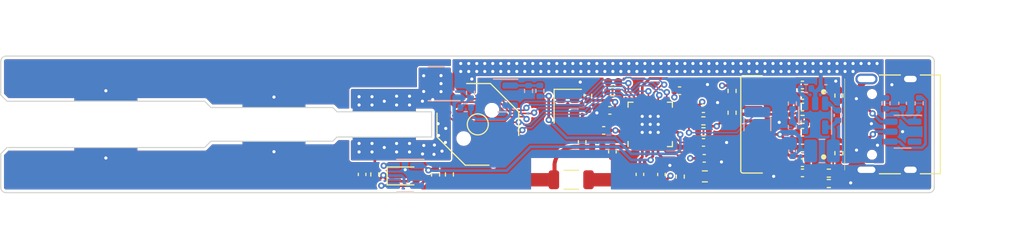
<source format=kicad_pcb>
(kicad_pcb (version 20211014) (generator pcbnew)
  (layers (0 "F.Cu" signal) (1 "In1.Cu" power) (2 "In2.Cu" power) (31 "B.Cu" signal) (34 "B.Paste" user) (35 "F.Paste" user) (36 "B.SilkS" user "B.Silkscreen") (37 "F.SilkS" user "F.Silkscreen") (38 "B.Mask" user) (39 "F.Mask" user) (44 "Edge.Cuts" user))
  (net 0 "")
  (net 1 "GND")
  (net 2 "Net-(C1-Pad1)")
  (net 3 "Net-(C1-Pad2)")
  (net 4 "Net-(C2-Pad1)")
  (net 5 "Net-(C2-Pad2)")
  (net 6 "+3V3")
  (net 7 "Net-(C8-Pad2)")
  (net 8 "Net-(C9-Pad2)")
  (net 9 "Net-(C12-Pad1)")
  (net 10 "Net-(C13-Pad2)")
  (net 11 "/CART")
  (net 12 "VCC")
  (net 13 "/TXD")
  (net 14 "/RXD")
  (net 15 "Net-(J3-PadA5)")
  (net 19 "Net-(J3-PadB5)")
  (net 23 "Net-(L2-Pad1)")
  (net 24 "Net-(L2-Pad2)")
  (net 25 "Net-(Q1-Pad1)")
  (net 26 "Net-(Q1-Pad2)")
  (net 27 "Net-(R2-Pad1)")
  (net 28 "Net-(C16-Pad1)")
  (net 29 "/DRIVE")
  (net 30 "Net-(C21-Pad1)")
  (net 31 "/TEMP")
  (net 32 "Net-(C21-Pad2)")
  (net 33 "/VCC_S")
  (net 34 "/MOVE")
  (net 35 "Net-(Q2-Pad4)")
  (net 36 "Net-(D1-Pad2)")
  (net 37 "/ENV_T")
  (net 38 "/SW_A")
  (net 39 "/SW_P")
  (net 40 "/SW_C")
  (net 41 "/SW_B")
  (net 42 "/SW_D")
  (net 43 "/SCL")
  (net 44 "/SDA")
  (net 45 "Net-(C23-Pad1)")
  (net 49 "Net-(R16-Pad2)")
  (net 51 "Net-(R10-Pad1)")
  (net 53 "Net-(R17-Pad2)")
  (net 54 "Net-(R11-Pad1)")
  (net 55 "Net-(C19-Pad1)")
  (net 56 "Net-(AE1-Pad2)")
  (footprint "Library:C01" (layer "F.Cu") (at 154.07 104.335 180)
    (fp_text reference "AE1" hide)
    (fp_text value "Antenna_Chip")
  )
  (footprint "Capacitor_SMD:C_0402_1005Metric" (layer "F.Cu") (at 134.17 103.83 -90)
    (fp_text reference "C14" hide)
    (fp_text value "0.1uF")
  )
  (footprint "Inductor_SMD:L_0402_1005Metric" (layer "F.Cu") (at 161.630004 103.834997 90)
    (fp_text reference "L1" hide)
    (fp_text value "2nH")
  )
  (footprint "Resistor_SMD:R_0402_1005Metric" (layer "F.Cu") (at 166.659992 99.765002 180)
    (fp_text reference "R8" hide)
    (fp_text value "100R")
  )
  (footprint "Capacitor_SMD:C_0402_1005Metric" (layer "F.Cu") (at 157.99 101.68 -90)
    (fp_text reference "C23" hide)
    (fp_text value "TBD")
  )
  (footprint "Library:TTL" (layer "F.Cu") (at 157.590007 95.020003 180)
    (fp_text reference "J1" hide)
    (fp_text value "TTL" hide)
  )
  (footprint "Resistor_SMD:R_0402_1005Metric" (layer "F.Cu") (at 169.38 95.885 90)
    (fp_text reference "R23" hide)
    (fp_text value "2K")
  )
  (footprint "Capacitor_SMD:C_0402_1005Metric" (layer "F.Cu") (at 166.659992 100.78)
    (fp_text reference "C16" hide)
    (fp_text value "2.2uF")
  )
  (footprint "Capacitor_SMD:C_0402_1005Metric" (layer "F.Cu") (at 162.66 103.834997 90)
    (fp_text reference "C11" hide)
    (fp_text value "0.1uF")
  )
  (footprint "Inductor_SMD:L_0402_1005Metric" (layer "F.Cu") (at 155.659988 98.169999 90)
    (fp_text reference "L2" hide)
    (fp_text value "TBD")
  )
  (footprint "Capacitor_SMD:C_0402_1005Metric" (layer "F.Cu") (at 176.08 96.315 180)
    (fp_text reference "C8" hide)
    (fp_text value "2.2uF")
  )
  (footprint "Resistor_SMD:R_0603_1608Metric" (layer "F.Cu") (at 166.79 104.015 180)
    (fp_text reference "TH1" hide)
    (fp_text value "3950")
  )
  (footprint "Resistor_SMD:R_0402_1005Metric" (layer "F.Cu") (at 135.38 103.83 -90)
    (fp_text reference "R5" hide)
    (fp_text value "10K")
  )
  (footprint "Resistor_SMD:R_0402_1005Metric" (layer "F.Cu") (at 158 95.96 180)
    (fp_text reference "R2" hide)
    (fp_text value "499R")
  )
  (footprint "Capacitor_SMD:C_0402_1005Metric" (layer "F.Cu") (at 157.75 97.73 180)
    (fp_text reference "C5" hide)
    (fp_text value "10nF")
  )
  (footprint "Resistor_SMD:R_0402_1005Metric" (layer "F.Cu") (at 176.08 98.59 180)
    (fp_text reference "R1" hide)
    (fp_text value "4.7K")
  )
  (footprint "Capacitor_SMD:C_0402_1005Metric" (layer "F.Cu") (at 164.380012 95.860006)
    (fp_text reference "C15" hide)
    (fp_text value "0.1uF")
  )
  (footprint "Resistor_SMD:R_0402_1005Metric" (layer "F.Cu") (at 164.45 104.035 -90)
    (fp_text reference "R18" hide)
    (fp_text value "1K")
  )
  (footprint "Oscillator:Oscillator_SMD_SeikoEpson_SG210-4Pin_2.5x2.0mm" (layer "F.Cu") (at 153.74 97.33 -90)
    (fp_text reference "X1" hide)
    (fp_text value "SG-211")
  )
  (footprint "Resistor_SMD:R_0402_1005Metric" (layer "F.Cu") (at 141.160001 103.83 90)
    (fp_text reference "R10" hide)
    (fp_text value "1.2M")
  )
  (footprint "Resistor_SMD:R_0402_1005Metric" (layer "F.Cu") (at 169.38 97.955 -90)
    (fp_text reference "R22" hide)
    (fp_text value "2K")
  )
  (footprint "Capacitor_SMD:C_0402_1005Metric" (layer "F.Cu") (at 176.08 95.315 180)
    (fp_text reference "C13" hide)
    (fp_text value "2.2uF")
  )
  (footprint "Capacitor_SMD:C_0402_1005Metric" (layer "F.Cu") (at 166.73 102.295)
    (fp_text reference "C10" hide)
    (fp_text value "10uF")
  )
  (footprint "Library:JBC210" (layer "F.Cu") (at 119.78 99.065)
    (fp_text reference "J2" hide)
    (fp_text value "CART")
    (fp_line (start 0 1.6) (end 11.6 1.6) (layer "Edge.Cuts") (width 0.1))
    (fp_line (start 12 -1.2) (end 21 -1.2) (layer "Edge.Cuts") (width 0.1))
    (fp_line (start 0 -1.6) (end 11.6 -1.6) (layer "Edge.Cuts") (width 0.1))
    (fp_line (start 11.6 -1.6) (end 12 -1.2) (layer "Edge.Cuts") (width 0.1))
    (fp_line (start 11.6 1.6) (end 12 1.2) (layer "Edge.Cuts") (width 0.1))
    (fp_line (start -19.4 2.2) (end -20 2.8) (layer "Edge.Cuts") (width 0.1))
    (fp_line (start -19.4 2.2) (end -0.6 2.2) (layer "Edge.Cuts") (width 0.1))
    (fp_line (start 0 -1.6) (end -0.6 -2.2) (layer "Edge.Cuts") (width 0.1))
    (fp_line (start 12 1.2) (end 21 1.2) (layer "Edge.Cuts") (width 0.1))
    (fp_line (start -0.6 2.2) (end 0 1.6) (layer "Edge.Cuts") (width 0.1))
    (fp_line (start -19.4 -2.2) (end -20 -2.8) (layer "Edge.Cuts") (width 0.1))
    (fp_line (start 21 -1.2) (end 21 1.2) (layer "Edge.Cuts") (width 0.1))
    (fp_line (start -19.4 -2.2) (end -0.6 -2.2) (layer "Edge.Cuts") (width 0.1))
  )
  (footprint "Library:7*7*6-6P_WX" (layer "F.Cu") (at 145.18 99.065 -45)
    (fp_text reference "SW1" hide)
    (fp_text value "Rocker")
  )
  (footprint "Resistor_SMD:R_0402_1005Metric" (layer "F.Cu") (at 178.59 104.695)
    (fp_text reference "R19" hide)
    (fp_text value "10K")
  )
  (footprint "Capacitor_SMD:C_0402_1005Metric" (layer "F.Cu") (at 176.08 102.71 180)
    (fp_text reference "C2" hide)
    (fp_text value "1uF")
  )
  (footprint "Capacitor_SMD:C_0402_1005Metric" (layer "F.Cu") (at 176.08 99.815)
    (fp_text reference "C7" hide)
    (fp_text value "1uF")
  )
  (footprint "Capacitor_SMD:C_0402_1005Metric" (layer "F.Cu") (at 176.08 101.315 180)
    (fp_text reference "C3" hide)
    (fp_text value "1uF")
  )
  (footprint "Library:Display_FPC" (layer "F.Cu") (at 164.6 99.065)
    (fp_text reference "U1" hide)
    (fp_text value "SSD1316")
  )
  (footprint "Diode_SMD:D_SOD-323" (layer "F.Cu") (at 138.05 103.97)
    (fp_text reference "D1" hide)
    (fp_text value "1N4148")
  )
  (footprint "Capacitor_SMD:C_0402_1005Metric" (layer "F.Cu") (at 176.08 103.68)
    (fp_text reference "C1" hide)
    (fp_text value "1uF")
  )
  (footprint "Package_DFN_QFN:QFN-24-1EP_4x4mm_P0.5mm_EP2.7x2.7mm" (layer "F.Cu") (at 161.59 99.065 90)
    (fp_text reference "U2" hide)
    (fp_text value "ESP8684")
  )
  (footprint "Capacitor_SMD:C_0402_1005Metric" (layer "F.Cu") (at 160.61 103.824989 -90)
    (fp_text reference "C12" hide)
    (fp_text value "0.1uF")
  )
  (footprint "Connector_USB:USB_C_Receptacle_HRO_TYPE-C-31-M-12" (layer "F.Cu") (at 185.3008 99.065 90)
    (fp_text reference "J3" hide)
    (fp_text value "USB_C_Receptacle_USB2.0")
  )
  (footprint "Resistor_SMD:R_0402_1005Metric" (layer "F.Cu") (at 142.48 103.83 -90)
    (fp_text reference "R9" hide)
    (fp_text value "1K")
  )
  (footprint "Inductor_SMD:L_0402_1005Metric" (layer "F.Cu") (at 156.55 101.2)
    (fp_text reference "L4" hide)
    (fp_text value "TBD")
  )
  (footprint "Resistor_SMD:R_0402_1005Metric" (layer "F.Cu") (at 179.55 96.325 90)
    (fp_text reference "R20" hide)
    (fp_text value "5.1K")
  )
  (footprint "Capacitor_SMD:C_0402_1005Metric" (layer "F.Cu") (at 166.65001 97.574989)
    (fp_text reference "C17" hide)
    (fp_text value "0.1uF")
  )
  (footprint "Capacitor_SMD:C_0402_1005Metric" (layer "F.Cu") (at 155.111787 100.72 90)
    (fp_text reference "C22" hide)
    (fp_text value "TBD")
  )
  (footprint "Resistor_SMD:R_0402_1005Metric" (layer "F.Cu") (at 179.55 101.805 -90)
    (fp_text reference "R21" hide)
    (fp_text value "5.1K")
  )
  (footprint "Resistor_SMD:R_0402_1005Metric" (layer "F.Cu") (at 166.65001 98.73 180)
    (fp_text reference "R14" hide)
    (fp_text value "50K")
  )
  (footprint "Capacitor_SMD:C_0402_1005Metric" (layer "F.Cu") (at 155.66 96.3 90)
    (fp_text reference "C6" hide)
    (fp_text value "10nF")
  )
  (footprint "Capacitor_SMD:C_0402_1005Metric" (layer "F.Cu") (at 176.08 97.41 180)
    (fp_text reference "C9" hide)
    (fp_text value "4.7uF")
  )
  (footprint "Resistor_SMD:R_0402_1005Metric" (layer "F.Cu") (at 178.59 103.705 180)
    (fp_text reference "R13" hide)
    (fp_text value "50K")
  )
  (footprint "Capacitor_SMD:C_0402_1005Metric" (layer "F.Cu") (at 157.16 99.64 180)
    (fp_text reference "C4" hide)
    (fp_text value "1uF")
  )
  (footprint "Capacitor_SMD:C_0402_1005Metric" (layer "B.Cu") (at 185.6092 97.058036 90)
    (fp_text reference "C19" hide)
    (fp_text value "1uF")
  )
  (footprint "Resistor_SMD:R_0402_1005Metric" (layer "B.Cu") (at 184.0292 97.058036 90)
    (fp_text reference "R15" hide)
    (fp_text value "1K")
  )
  (footprint "Inductor_SMD:L_1008_2520Metric" (layer "B.Cu") (at 177.935001 101.6)
    (fp_text reference "L3" hide)
    (fp_text value "4.7uH")
  )
  (footprint "Package_TO_SOT_SMD:SOT-23-6" (layer "B.Cu") (at 185.61 99.758036 180)
    (fp_text reference "U5" hide)
    (fp_text value "CH221K")
  )
  (footprint "Resistor_SMD:R_0402_1005Metric" (layer "B.Cu") (at 150.01 95.88 90)
    (fp_text reference "R7" hide)
    (fp_text value "47K")
  )
  (footprint "Package_TO_SOT_SMD:SOT-23-5" (layer "B.Cu") (at 138.26 103.95 180)
    (fp_text reference "U3" hide)
    (fp_text value "AD8628")
  )
  (footprint "Package_DFN_QFN:DFN-8-1EP_3x3mm_P0.5mm_EP1.66x2.38mm" (layer "B.Cu") (at 141.975 95.185 180)
    (fp_text reference "Q2" hide)
    (fp_text value "SE30P09D")
  )
  (footprint "Resistor_SMD:R_0402_1005Metric" (layer "B.Cu") (at 144.03 97.47 180)
    (fp_text reference "R4" hide)
    (fp_text value "4.7K")
  )
  (footprint "Capacitor_SMD:C_0402_1005Metric" (layer "B.Cu") (at 179.46 98.2 -90)
    (fp_text reference "C21" hide)
    (fp_text value "100nF")
  )
  (footprint "Resistor_SMD:R_0402_1005Metric" (layer "B.Cu") (at 175.119615 97.08 90)
    (fp_text reference "R11" hide)
    (fp_text value "5.1K")
  )
  (footprint "Resistor_SMD:R_0402_1005Metric" (layer "B.Cu") (at 151.09 95.88 90)
    (fp_text reference "R6" hide)
    (fp_text value "4.7K")
  )
  (footprint "Package_TO_SOT_SMD:SOT-23-6" (layer "B.Cu") (at 177.290001 98.2 90)
    (fp_text reference "U4" hide)
    (fp_text value "JW5017S")
  )
  (footprint "Package_TO_SOT_SMD:SOT-23" (layer "B.Cu") (at 147.32 96.32 180)
    (fp_text reference "Q1" hide)
    (fp_text value "NPN")
  )
  (footprint "Capacitor_SMD:C_0402_1005Metric" (layer "B.Cu") (at 175.140001 101.61 90)
    (fp_text reference "C20" hide)
    (fp_text value "22uF")
  )
  (footprint "Library:X160" (layer "B.Cu") (at 171.79 99.065 -90)
    (fp_text reference "SW2" hide)
    (fp_text value "Move")
  )
  (footprint "Resistor_SMD:R_0402_1005Metric" (layer "B.Cu") (at 144.49 96.06 -90)
    (fp_text reference "R3" hide)
    (fp_text value "4.7K")
  )
  (footprint "Resistor_SMD:R_0402_1005Metric" (layer "B.Cu") (at 176.410001 95.65 180)
    (fp_text reference "R16" hide)
    (fp_text value "100K")
  )
  (footprint "Capacitor_SMD:C_0402_1005Metric" (layer "B.Cu") (at 178.300001 95.65)
    (fp_text reference "C18" hide)
    (fp_text value "22uF")
  )
  (footprint "Resistor_SMD:R_0402_1005Metric" (layer "B.Cu") (at 187.1892 97.058036 90)
    (fp_text reference "R17" hide)
    (fp_text value "100K")
  )
  (footprint "Resistor_SMD:R_0402_1005Metric" (layer "B.Cu") (at 175.119615 99.32 90)
    (fp_text reference "R12" hide)
    (fp_text value "16K")
  )
  (gr_arc (start 100.28 105.564999) (mid 99.926447 105.418552) (end 99.78 105.064999) (layer "Edge.Cuts") (width 0.1))
  (gr_arc (start 188.628759 105.064999) (mid 188.482312 105.418552) (end 188.128759 105.564999) (layer "Edge.Cuts") (width 0.1))
  (gr_arc (start 188.128754 92.565) (mid 188.482307 92.711447) (end 188.628754 93.065) (layer "Edge.Cuts") (width 0.1))
  (gr_arc (start 99.78 93.065) (mid 99.926447 92.711447) (end 100.28 92.565) (layer "Edge.Cuts") (width 0.1))
  (gr_line (start 188.128759 105.564999) (end 100.28 105.564999) (layer "Edge.Cuts") (width 0.1))
  (gr_line (start 99.78 96.265) (end 99.78 93.065) (layer "Edge.Cuts") (width 0.1))
  (gr_line (start 188.628754 93.065) (end 188.628754 105.065) (layer "Edge.Cuts") (width 0.1))
  (gr_line (start 188.128754 92.565) (end 100.28 92.565) (layer "Edge.Cuts") (width 0.1))
  (gr_line (start 99.78 105.064999) (end 99.78 101.865) (layer "Edge.Cuts") (width 0.1))
  (segment (start 179.55 95.815) (end 181.2558 95.815) (width 0.254) (layer "F.Cu") (net 1))
  (segment (start 179.55 102.315) (end 181.2558 102.315) (width 0.254) (layer "F.Cu") (net 1))
  (via (at 160.828002 98.303012) (size 0.6048) (drill 0.3) (layers "F.Cu" "B.Cu") (net 1))
  (via (at 179.25 94.95) (size 0.6048) (drill 0.3) (layers "F.Cu" "B.Cu") (net 1))
  (via (at 173.34 104.01) (size 0.6048) (drill 0.3) (layers "F.Cu" "B.Cu") (net 1))
  (via (at 160.828002 99.065012) (size 0.6048) (drill 0.3) (layers "F.Cu" "B.Cu") (net 1))
  (via (at 161.590002 99.065012) (size 0.6048) (drill 0.3) (layers "F.Cu" "B.Cu") (net 1))
  (via (at 154.929992 95.039993) (size 0.6048) (drill 0.3) (layers "F.Cu" "B.Cu") (net 1))
  (via (at 163.46 102.97) (size 0.6048) (drill 0.3) (layers "F.Cu" "B.Cu") (net 1))
  (via (at 184.59 95.29) (size 0.6048) (drill 0.3) (layers "F.Cu" "B.Cu") (net 1))
  (via (at 168.86 100.79) (size 0.6048) (drill 0.3) (layers "F.Cu" "B.Cu") (net 1))
  (via (at 185.61 99.758036) (size 0.6048) (drill 0.3) (layers "F.Cu" "B.Cu") (net 1))
  (via (at 167.040001 95.26999) (size 0.6048) (drill 0.3) (layers "F.Cu" "B.Cu") (net 1))
  (via (at 173.87 98.87) (size 0.6048) (drill 0.3) (layers "F.Cu" "B.Cu") (net 1))
  (via (at 167.999994 96.990002) (size 0.6048) (drill 0.3) (layers "F.Cu" "B.Cu") (net 1))
  (via (at 161.590002 98.303012) (size 0.6048) (drill 0.3) (layers "F.Cu" "B.Cu") (net 1))
  (via (at 162.352002 98.303012) (size 0.6048) (drill 0.3) (layers "F.Cu" "B.Cu") (net 1))
  (via (at 180.67 104.63) (size 0.6048) (drill 0.3) (layers "F.Cu" "B.Cu") (net 1))
  (via (at 160.828002 99.827012) (size 0.6048) (drill 0.3) (layers "F.Cu" "B.Cu") (net 1))
  (via (at 168.37 102.64) (size 0.6048) (drill 0.3) (layers "F.Cu" "B.Cu") (net 1))
  (via (at 162.351999 99.065004) (size 0.6048) (drill 0.3) (layers "F.Cu" "B.Cu") (net 1))
  (via (at 138.27 103.38) (size 0.6048) (drill 0.3) (layers "F.Cu" "B.Cu") (net 1))
  (via (at 161.590002 99.827012) (size 0.6048) (drill 0.3) (layers "F.Cu" "B.Cu") (net 1))
  (via (at 162.352002 99.827012) (size 0.6048) (drill 0.3) (layers "F.Cu" "B.Cu") (net 1))
  (via (at 156.51 97.97) (size 0.6048) (drill 0.3) (layers "F.Cu" "B.Cu") (net 1))
  (segment (start 178.780001 95.65) (end 178.780001 95.419999) (width 0.381) (layer "B.Cu") (net 1))
  (segment (start 178.780001 95.419999) (end 179.25 94.95) (width 0.381) (layer "B.Cu") (net 1))
  (segment (start 185.6092 95.4866) (end 186.3508 94.745) (width 0.254) (layer "B.Cu") (net 1))
  (segment (start 185.6092 96.578036) (end 185.6092 95.4866) (width 0.254) (layer "B.Cu") (net 1))
  (segment (start 186.7475 99.758036) (end 185.61 99.758036) (width 0.254) (layer "B.Cu") (net 1))
  (segment (start 175.6 103.68) (end 175 103.68) (width 0.254) (layer "F.Cu") (net 2))
  (segment (start 173.905 102.585) (end 171.26 102.585) (width 0.254) (layer "F.Cu") (net 2))
  (segment (start 175 103.68) (end 173.905 102.585) (width 0.254) (layer "F.Cu") (net 2))
  (segment (start 173.725 103.225) (end 171.26 103.225) (width 0.254) (layer "F.Cu") (net 3))
  (segment (start 176.56 103.68) (end 175.9706 104.2694) (width 0.254) (layer "F.Cu") (net 3))
  (segment (start 175.9706 104.2694) (end 174.7694 104.2694) (width 0.254) (layer "F.Cu") (net 3))
  (segment (start 174.7694 104.2694) (end 173.725 103.225) (width 0.254) (layer "F.Cu") (net 3))
  (segment (start 176.37 102.09) (end 176.56 102.28) (width 0.254) (layer "F.Cu") (net 4))
  (segment (start 174.085 101.305) (end 174.87 102.09) (width 0.254) (layer "F.Cu") (net 4))
  (segment (start 171.26 101.305) (end 174.085 101.305) (width 0.254) (layer "F.Cu") (net 4))
  (segment (start 176.56 102.28) (end 176.56 102.71) (width 0.254) (layer "F.Cu") (net 4))
  (segment (start 174.87 102.09) (end 176.37 102.09) (width 0.254) (layer "F.Cu") (net 4))
  (segment (start 174.88 102.71) (end 174.115 101.945) (width 0.254) (layer "F.Cu") (net 5))
  (segment (start 175.6 102.71) (end 174.88 102.71) (width 0.254) (layer "F.Cu") (net 5))
  (segment (start 174.115 101.945) (end 171.26 101.945) (width 0.254) (layer "F.Cu") (net 5))
  (segment (start 158.28 99.64) (end 158.55 99.64) (width 0.254) (layer "F.Cu") (net 6))
  (segment (start 163.900002 95.408463) (end 163.900002 95.860006) (width 0.254) (layer "F.Cu") (net 6))
  (segment (start 160.834426 97.096926) (end 160.834426 95.415557) (width 0.254) (layer "F.Cu") (net 6))
  (segment (start 158.23 97.73) (end 158.23 96.95999) (width 0.254) (layer "F.Cu") (net 6))
  (segment (start 172.5394 98.9594) (end 172.325 98.745) (width 0.254) (layer "F.Cu") (net 6))
  (segment (start 172.5394 100.4806) (end 172.5394 99.8194) (width 0.254) (layer "F.Cu") (net 6))
  (segment (start 160.84 97.1025) (end 160.834426 97.096926) (width 0.254) (layer "F.Cu") (net 6))
  (segment (start 176.59 98.59) (end 176.59 99.1) (width 0.254) (layer "F.Cu") (net 6))
  (segment (start 154.39 96.48) (end 155.36 96.48) (width 0.254) (layer "F.Cu") (net 6))
  (segment (start 172.325 98.745) (end 171.26 98.745) (width 0.254) (layer "F.Cu") (net 6))
  (segment (start 171.26 100.665) (end 172.355 100.665) (width 0.254) (layer "F.Cu") (net 6))
  (segment (start 161.630004 104.319997) (end 162.655 104.319997) (width 0.254) (layer "F.Cu") (net 6))
  (segment (start 169.975 98.465) (end 170.255 98.745) (width 0.254) (layer "F.Cu") (net 6))
  (segment (start 158.250001 96.939989) (end 158.090012 96.78) (width 0.254) (layer "F.Cu") (net 6))
  (segment (start 167.92001 99.24001) (end 167.220011 99.24001) (width 0.254) (layer "F.Cu") (net 6))
  (segment (start 158.23 96.95999) (end 158.250001 96.939989) (width 0.254) (layer "F.Cu") (net 6))
  (segment (start 157.64 99.64) (end 158.28 99.64) (width 0.254) (layer "F.Cu") (net 6))
  (segment (start 170.255 98.745) (end 171.26 98.745) (width 0.254) (layer "F.Cu") (net 6))
  (segment (start 175.85 99.21) (end 175.6 99.46) (width 0.254) (layer "F.Cu") (net 6))
  (segment (start 172.5594 100.02) (end 173.95 100.02) (width 0.254) (layer "F.Cu") (net 6))
  (segment (start 165.957919 97.574989) (end 166.17001 97.574989) (width 0.254) (layer "F.Cu") (net 6))
  (segment (start 169.38 98.465) (end 169.975 98.465) (width 0.254) (layer "F.Cu") (net 6))
  (segment (start 176.48 99.21) (end 175.85 99.21) (width 0.254) (layer "F.Cu") (net 6))
  (segment (start 174.895 99.815) (end 175.6 99.815) (width 0.254) (layer "F.Cu") (net 6))
  (segment (start 158.090012 96.78) (end 155.66 96.78) (width 0.254) (layer "F.Cu") (net 6))
  (segment (start 163.5525 98.315) (end 165.217908 98.315) (width 0.254) (layer "F.Cu") (net 6))
  (segment (start 172.355 100.665) (end 172.5394 100.4806) (width 0.254) (layer "F.Cu") (net 6))
  (segment (start 165.217908 98.315) (end 165.957919 97.574989) (width 0.254) (layer "F.Cu") (net 6))
  (segment (start 175.6 101.315) (end 175.245002 101.315) (width 0.254) (layer "F.Cu") (net 6))
  (segment (start 160.834426 95.415557) (end 161.547629 94.702354) (width 0.254) (layer "F.Cu") (net 6))
  (segment (start 168.695 98.465) (end 167.92 99.24) (width 0.254) (layer "F.Cu") (net 6))
  (segment (start 163.89 96.48) (end 163.89 95.870018) (width 0.254) (layer "F.Cu") (net 6))
  (segment (start 166.17001 97.574989) (end 166.17001 97.29549) (width 0.254) (layer "F.Cu") (net 6))
  (segment (start 172.5394 99.8194) (end 172.5394 98.9594) (width 0.254) (layer "F.Cu") (net 6))
  (segment (start 163.89 95.870018) (end 163.900012 95.860006) (width 0.254) (layer "F.Cu") (net 6))
  (segment (start 158.869747 98.815) (end 159.6275 98.815) (width 0.254) (layer "F.Cu") (net 6))
  (segment (start 158.341888 98.287159) (end 158.869747 98.815) (width 0.254) (layer "F.Cu") (net 6))
  (segment (start 162.66 104.314997) (end 163.165003 104.314997) (width 0.254) (layer "F.Cu") (net 6))
  (segment (start 169.38 98.465) (end 168.695 98.465) (width 0.254) (layer "F.Cu") (net 6))
  (segment (start 167.169992 99.765002) (end 167.169992 98.739982) (width 0.254) (layer "F.Cu") (net 6))
  (segment (start 158.23 98.175271) (end 158.341888 98.287159) (width 0.254) (layer "F.Cu") (net 6))
  (segment (start 161.547629 94.702354) (end 163.193893 94.702354) (width 0.254) (layer "F.Cu") (net 6))
  (segment (start 158.23 97.73) (end 158.23 98.175271) (width 0.254) (layer "F.Cu") (net 6))
  (segment (start 162.655 104.319997) (end 162.66 104.314997) (width 0.254) (layer "F.Cu") (net 6))
  (segment (start 163.165003 104.314997) (end 163.52 103.96) (width 0.254) (layer "F.Cu") (net 6))
  (segment (start 159.225 100.315) (end 159.6275 100.315) (width 0.254) (layer "F.Cu") (net 6))
  (segment (start 155.36 96.48) (end 155.66 96.78) (width 0.254) (layer "F.Cu") (net 6))
  (segment (start 168.429991 95.375) (end 169.38 95.375) (width 0.254) (layer "F.Cu") (net 6))
  (segment (start 158.55 99.64) (end 159.225 100.315) (width 0.254) (layer "F.Cu") (net 6))
  (segment (start 166.25 102.65) (end 167.615 104.015) (width 0.254) (layer "F.Cu") (net 6))
  (segment (start 175.245002 101.315) (end 173.949995 100.019993) (width 0.254) (layer "F.Cu") (net 6))
  (segment (start 165.405 102.295) (end 165.4 102.29) (width 0.254) (layer "F.Cu") (net 6))
  (segment (start 174.690007 100.019993) (end 174.895 99.815) (width 0.254) (layer "F.Cu") (net 6))
  (segment (start 175.6 99.46) (end 175.6 99.815) (width 0.254) (layer "F.Cu") (net 6))
  (segment (start 166.25 102.295) (end 165.405 102.295) (width 0.254) (layer "F.Cu") (net 6))
  (segment (start 166.25 102.295) (end 166.25 102.65) (width 0.254) (layer "F.Cu") (net 6))
  (segment (start 173.949995 100.019993) (end 174.690007 100.019993) (width 0.254) (layer "F.Cu") (net 6))
  (segment (start 167.169992 98.739982) (end 167.16001 98.73) (width 0.254) (layer "F.Cu") (net 6))
  (segment (start 176.59 99.1) (end 176.48 99.21) (width 0.254) (layer "F.Cu") (net 6))
  (segment (start 163.193893 94.702354) (end 163.900002 95.408463) (width 0.254) (layer "F.Cu") (net 6))
  (segment (start 166.17001 97.29549) (end 166.54 96.9255) (width 0.254) (layer "F.Cu") (net 6))
  (via (at 163.889995 96.479995) (size 0.6048) (drill 0.3) (layers "F.Cu" "B.Cu") (net 6))
  (via (at 163.52 103.96) (size 0.6048) (drill 0.3) (layers "F.Cu" "B.Cu") (net 6))
  (via (at 158.279998 99.640009) (size 0.6048) (drill 0.3) (layers "F.Cu" "B.Cu") (net 6))
  (via (at 158.250001 96.939989) (size 0.6048) (drill 0.3) (layers "F.Cu" "B.Cu") (net 6))
  (via (at 173.949995 100.019993) (size 0.6048) (drill 0.3) (layers "F.Cu" "B.Cu") (net 6))
  (via (at 165.4 102.29) (size 0.6048) (drill 0.3) (layers "F.Cu" "B.Cu") (net 6))
  (via (at 136.230004 102.999997) (size 0.6048) (drill 0.3) (layers "F.Cu" "B.Cu") (net 6))
  (via (at 167.92 99.24) (size 0.6048) (drill 0.3) (layers "F.Cu" "B.Cu") (net 6))
  (via (at 166.540002 96.925511) (size 0.6048) (drill 0.3) (layers "F.Cu" "B.Cu") (net 6))
  (via (at 168.429991 95.375) (size 0.6048) (drill 0.3) (layers "F.Cu" "B.Cu") (net 6))
  (segment (start 175.900001 101.38) (end 176.120001 101.6) (width 0.381) (layer "B.Cu") (net 6))
  (segment (start 136.230007 103) (end 136.230004 102.999997) (width 0.254) (layer "B.Cu") (net 6))
  (segment (start 175.900001 100.37) (end 175.900001 101.38) (width 0.381) (layer "B.Cu") (net 6))
  (segment (start 137.1225 103) (end 136.230007 103) (width 0.254) (layer "B.Cu") (net 6))
  (segment (start 175.882925 101.38) (end 175.900001 101.38) (width 0.381) (layer "B.Cu") (net 6))
  (segment (start 175.119615 99.83) (end 175.360001 99.83) (width 0.381) (layer "B.Cu") (net 6))
  (segment (start 175.119614 99.830001) (end 174.139987 99.830001) (width 0.508) (layer "B.Cu") (net 6))
  (segment (start 175.360001 99.83) (end 175.900001 100.37) (width 0.381) (layer "B.Cu") (net 6))
  (segment (start 175.140001 102.09) (end 175.172925 102.09) (width 0.381) (layer "B.Cu") (net 6))
  (segment (start 176.120001 101.6) (end 176.860001 101.6) (width 0.381) (layer "B.Cu") (net 6))
  (segment (start 174.139987 99.830001) (end 173.949995 100.019993) (width 0.508) (layer "B.Cu") (net 6))
  (segment (start 175.172925 102.09) (end 175.882925 101.38) (width 0.381) (layer "B.Cu") (net 6))
  (segment (start 171.26 95.545) (end 174.83 95.545) (width 0.254) (layer "F.Cu") (net 7))
  (segment (start 174.83 95.545) (end 175.6 96.315) (width 0.254) (layer "F.Cu") (net 7))
  (segment (start 171.26 98.105) (end 174.78 98.105) (width 0.254) (layer "F.Cu") (net 8))
  (segment (start 175.265 98.59) (end 174.78 98.105) (width 0.254) (layer "F.Cu") (net 8))
  (segment (start 175.57 98.59) (end 175.265 98.59) (width 0.254) (layer "F.Cu") (net 8))
  (segment (start 174.78 98.105) (end 175.475 97.41) (width 0.254) (layer "F.Cu") (net 8))
  (segment (start 175.475 97.41) (end 175.6 97.41) (width 0.254) (layer "F.Cu") (net 8))
  (segment (start 160.61 103.344989) (end 160.61 102.39) (width 0.254) (layer "F.Cu") (net 9))
  (segment (start 160.84 101.0275) (end 161.34 101.0275) (width 0.254) (layer "F.Cu") (net 9))
  (segment (start 160.61 102.39) (end 160.84 102.16) (width 0.254) (layer "F.Cu") (net 9))
  (segment (start 160.615008 103.349997) (end 160.61 103.344989) (width 0.254) (layer "F.Cu") (net 9))
  (segment (start 161.630004 103.349997) (end 160.615008 103.349997) (width 0.254) (layer "F.Cu") (net 9))
  (segment (start 160.84 102.16) (end 160.84 101.0275) (width 0.254) (layer "F.Cu") (net 9))
  (segment (start 175.19 94.905) (end 175.6 95.315) (width 0.254) (layer "F.Cu") (net 10))
  (segment (start 171.26 94.905) (end 175.19 94.905) (width 0.254) (layer "F.Cu") (net 10))
  (segment (start 134.17 103.35) (end 135.35 103.35) (width 0.254) (layer "F.Cu") (net 11))
  (segment (start 135.38 103.32) (end 135.38 101.96) (width 0.254) (layer "F.Cu") (net 11))
  (segment (start 135.35 103.35) (end 135.38 103.32) (width 0.254) (layer "F.Cu") (net 11))
  (segment (start 135.38 101.96) (end 135.11 101.69) (width 0.254) (layer "F.Cu") (net 11))
  (via (at 138.680012 97.219999) (size 0.6048) (drill 0.3) (layers "F.Cu" "B.Cu") (net 11))
  (via (at 135.109991 97.219999) (size 0.6048) (drill 0.3) (layers "F.Cu" "B.Cu") (net 11))
  (via (at 137.449992 97.219999) (size 0.6048) (drill 0.3) (layers "F.Cu" "B.Cu") (net 11))
  (via (at 133.88 101.69) (size 0.6048) (drill 0.3) (layers "F.Cu" "B.Cu") (net 11))
  (via (at 141.44 100.12) (size 0.6048) (drill 0.3) (layers "F.Cu" "B.Cu") (net 11))
  (via (at 133.879996 96.430008) (size 0.6048) (drill 0.3) (layers "F.Cu" "B.Cu") (net 11))
  (via (at 137.45 101.69) (size 0.6048) (drill 0.3) (layers "F.Cu" "B.Cu") (net 11))
  (via (at 141.4 99) (size 0.6048) (drill 0.3) (layers "F.Cu" "B.Cu") (net 11))
  (via (at 140.029997 95.935013) (size 0.6048) (drill 0.3) (layers "F.Cu" "B.Cu") (net 11))
  (via (at 138.680012 96.379995) (size 0.6048) (drill 0.3) (layers "F.Cu" "B.Cu") (net 11))
  (via (at 135.11 100.88) (size 0.6048) (drill 0.3) (layers "F.Cu" "B.Cu") (net 11))
  (via (at 142.1 100.78) (size 0.6048) (drill 0.3) (layers "F.Cu" "B.Cu") (net 11))
  (via (at 133.88 100.88) (size 0.6048) (drill 0.3) (layers "F.Cu" "B.Cu") (net 11))
  (via (at 138.68 100.88) (size 0.6048) (drill 0.3) (layers "F.Cu" "B.Cu") (net 11))
  (via (at 141.680006 95.947) (size 0.6048) (drill 0.3) (layers "F.Cu" "B.Cu") (net 11))
  (via (at 141.01 101.92) (size 0.6048) (drill 0.3) (layers "F.Cu" "B.Cu") (net 11))
  (via (at 141.680006 94.423) (size 0.6048) (drill 0.3) (layers "F.Cu" "B.Cu") (net 11))
  (via (at 137.45 100.88) (size 0.6048) (drill 0.3) (layers "F.Cu" "B.Cu") (net 11))
  (via (at 137.449992 96.379995) (size 0.6048) (drill 0.3) (layers "F.Cu" "B.Cu") (net 11))
  (via (at 140.029997 94.43499) (size 0.6048) (drill 0.3) (layers "F.Cu" "B.Cu") (net 11))
  (via (at 141.05 101.03) (size 0.6048) (drill 0.3) (layers "F.Cu" "B.Cu") (net 11))
  (via (at 139.910007 96.860004) (size 0.6048) (drill 0.3) (layers "F.Cu" "B.Cu") (net 11))
  (via (at 140.88999 96.709992) (size 0.6048) (drill 0.3) (layers "F.Cu" "B.Cu") (net 11))
  (via (at 141.680006 95.185) (size 0.6048) (drill 0.3) (layers "F.Cu" "B.Cu") (net 11))
  (via (at 133.879996 97.219999) (size 0.6048) (drill 0.3) (layers "F.Cu" "B.Cu") (net 11))
  (via (at 141.77 101.61) (size 0.6048) (drill 0.3) (layers "F.Cu" "B.Cu") (net 11))
  (via (at 135.109991 96.430008) (size 0.6048) (drill 0.3) (layers "F.Cu" "B.Cu") (net 11))
  (via (at 138.68 101.690001) (size 0.6048) (drill 0.3) (layers "F.Cu" "B.Cu") (net 11))
  (via (at 135.11 101.69) (size 0.6048) (drill 0.3) (layers "F.Cu" "B.Cu") (net 11))
  (via (at 140.04 101.07) (size 0.6048) (drill 0.3) (layers "F.Cu" "B.Cu") (net 11))
  (via (at 139.92 101.88) (size 0.6048) (drill 0.3) (layers "F.Cu" "B.Cu") (net 11))
  (via (at 142.13 99.45) (size 0.6048) (drill 0.3) (layers "F.Cu" "B.Cu") (net 11))
  (segment (start 180.3784 101.515) (end 180.077 101.8164) (width 0.1524) (layer "F.Cu") (net 12))
  (segment (start 179 102.030792) (end 179 103.605) (width 0.1524) (layer "F.Cu") (net 12))
  (segment (start 181.2558 101.515) (end 181.225 101.515) (width 0.1524) (layer "F.Cu") (net 12))
  (segment (start 181.225 101.515) (end 180.3784 101.515) (width 0.1524) (layer "F.Cu") (net 12))
  (segment (start 180.077 101.8164) (end 179.214392 101.8164) (width 0.1524) (layer "F.Cu") (net 12))
  (segment (start 179.214392 101.8164) (end 179 102.030792) (width 0.1524) (layer "F.Cu") (net 12))
  (segment (start 179 103.605) (end 179.1 103.705) (width 0.1524) (layer "F.Cu") (net 12))
  (via (at 143.555999 94.031994) (size 0.6048) (drill 0.3) (layers "F.Cu" "B.Cu") (net 12))
  (via (at 148.127999 94.031994) (size 0.6048) (drill 0.3) (layers "F.Cu" "B.Cu") (net 12))
  (via (at 155.748 94.032) (size 0.6048) (drill 0.3) (layers "F.Cu" "B.Cu") (net 12))
  (via (at 173.274 93.27) (size 0.6048) (drill 0.3) (layers "F.Cu" "B.Cu") (net 12))
  (via (at 170.226 93.27) (size 0.6048) (drill 0.3) (layers "F.Cu" "B.Cu") (net 12))
  (via (at 158.796 94.032) (size 0.6048) (drill 0.3) (layers "F.Cu" "B.Cu") (net 12))
  (via (at 180.894 94.032) (size 0.6048) (drill 0.3) (layers "F.Cu" "B.Cu") (net 12))
  (via (at 175.56 93.27) (size 0.6048) (drill 0.3) (layers "F.Cu" "B.Cu") (net 12))
  (via (at 161.844 94.032) (size 0.6048) (drill 0.3) (layers "F.Cu" "B.Cu") (net 12))
  (via (at 167.94 94.032) (size 0.6048) (drill 0.3) (layers "F.Cu" "B.Cu") (net 12))
  (via (at 144.317999 93.269994) (size 0.6048) (drill 0.3) (layers "F.Cu" "B.Cu") (net 12))
  (via (at 170.226 94.032) (size 0.6048) (drill 0.3) (layers "F.Cu" "B.Cu") (net 12))
  (via (at 170.988 93.27) (size 0.6048) (drill 0.3) (layers "F.Cu" "B.Cu") (net 12))
  (via (at 158.034 93.27) (size 0.6048) (drill 0.3) (layers "F.Cu" "B.Cu") (net 12))
  (via (at 167.178 94.032) (size 0.6048) (drill 0.3) (layers "F.Cu" "B.Cu") (net 12))
  (via (at 148.89 93.27) (size 0.6048) (drill 0.3) (layers "F.Cu" "B.Cu") (net 12))
  (via (at 154.986 94.032) (size 0.6048) (drill 0.3) (layers "F.Cu" "B.Cu") (net 12))
  (via (at 150.414 94.032) (size 0.6048) (drill 0.3) (layers "F.Cu" "B.Cu") (net 12))
  (via (at 165.654 94.032) (size 0.6048) (drill 0.3) (layers "F.Cu" "B.Cu") (net 12))
  (via (at 167.178 93.27) (size 0.6048) (drill 0.3) (layers "F.Cu" "B.Cu") (net 12))
  (via (at 182.64 99) (size 0.6048) (drill 0.3) (layers "F.Cu" "B.Cu") (net 12))
  (via (at 161.082 94.032) (size 0.6048) (drill 0.3) (layers "F.Cu" "B.Cu") (net 12))
  (via (at 168.702 93.27) (size 0.6048) (drill 0.3) (layers "F.Cu" "B.Cu") (net 12))
  (via (at 174.798 93.27) (size 0.6048) (drill 0.3) (layers "F.Cu" "B.Cu") (net 12))
  (via (at 143.555999 93.269994) (size 0.6048) (drill 0.3) (layers "F.Cu" "B.Cu") (net 12))
  (via (at 168.702 94.032) (size 0.6048) (drill 0.3) (layers "F.Cu" "B.Cu") (net 12))
  (via (at 169.464 93.27) (size 0.6048) (drill 0.3) (layers "F.Cu" "B.Cu") (net 12))
  (via (at 169.464 94.032) (size 0.6048) (drill 0.3) (layers "F.Cu" "B.Cu") (net 12))
  (via (at 145.079999 93.269994) (size 0.6048) (drill 0.3) (layers "F.Cu" "B.Cu") (net 12))
  (via (at 182.418 93.27) (size 0.6048) (drill 0.3) (layers "F.Cu" "B.Cu") (net 12))
  (via (at 152.7 94.032) (size 0.6048) (drill 0.3) (layers "F.Cu" "B.Cu") (net 12))
  (via (at 177.846 93.27) (size 0.6048) (drill 0.3) (layers "F.Cu" "B.Cu") (net 12))
  (via (at 152.7 93.27) (size 0.6048) (drill 0.3) (layers "F.Cu" "B.Cu") (net 12))
  (via (at 154.224 93.27) (size 0.6048) (drill 0.3) (layers "F.Cu" "B.Cu") (net 12))
  (via (at 149.652 93.27) (size 0.6048) (drill 0.3) (layers "F.Cu" "B.Cu") (net 12))
  (via (at 153.462 94.032) (size 0.6048) (drill 0.3) (layers "F.Cu" "B.Cu") (net 12))
  (via (at 166.416 93.27) (size 0.6048) (drill 0.3) (layers "F.Cu" "B.Cu") (net 12))
  (via (at 158.796 93.27) (size 0.6048) (drill 0.3) (layers "F.Cu" "B.Cu") (net 12))
  (via (at 174.798 94.032) (size 0.6048) (drill 0.3) (layers "F.Cu" "B.Cu") (net 12))
  (via (at 161.082 93.27) (size 0.6048) (drill 0.3) (layers "F.Cu" "B.Cu") (net 12))
  (via (at 160.319999 94.031994) (size 0.6048) (drill 0.3) (layers "F.Cu" "B.Cu") (net 12))
  (via (at 165.654 93.27) (size 0.6048) (drill 0.3) (layers "F.Cu" "B.Cu") (net 12))
  (via (at 176.322 93.27) (size 0.6048) (drill 0.3) (layers "F.Cu" "B.Cu") (net 12))
  (via (at 175.56 94.032) (size 0.6048) (drill 0.3) (layers "F.Cu" "B.Cu") (net 12))
  (via (at 159.557999 94.031994) (size 0.6048) (drill 0.3) (layers "F.Cu" "B.Cu") (net 12))
  (via (at 153.462 93.27) (size 0.6048) (drill 0.3) (layers "F.Cu" "B.Cu") (net 12))
  (via (at 176.322 94.032) (size 0.6048) (drill 0.3) (layers "F.Cu" "B.Cu") (net 12))
  (via (at 171.75 94.032) (size 0.6048) (drill 0.3) (layers "F.Cu" "B.Cu") (net 12))
  (via (at 183.18 93.27) (size 0.6048) (drill 0.3) (layers "F.Cu" "B.Cu") (net 12))
  (via (at 164.13 93.27) (size 0.6048) (drill 0.3) (layers "F.Cu" "B.Cu") (net 12))
  (via (at 179.37 94.032) (size 0.6048) (drill 0.3) (layers "F.Cu" "B.Cu") (net 12))
  (via (at 151.938 93.27) (size 0.6048) (drill 0.3) (layers "F.Cu" "B.Cu") (net 12))
  (via (at 156.51 94.032) (size 0.6048) (drill 0.3) (layers "F.Cu" "B.Cu") (net 12))
  (via (at 159.558 93.27) (size 0.6048) (drill 0.3) (layers "F.Cu" "B.Cu") (net 12))
  (via (at 177.084 93.27) (size 0.6048) (drill 0.3) (layers "F.Cu" "B.Cu") (net 12))
  (via (at 180.132 93.27) (size 0.6048) (drill 0.3) (layers "F.Cu" "B.Cu") (net 12))
  (via (at 170.988 94.032) (size 0.6048) (drill 0.3) (layers "F.Cu" "B.Cu") (net 12))
  (via (at 178.608 94.032) (size 0.6048) (drill 0.3) (layers "F.Cu" "B.Cu") (net 12))
  (via (at 145.079999 94.031994) (size 0.6048) (drill 0.3) (layers "F.Cu" "B.Cu") (net 12))
  (via (at 144.61 94.75) (size 0.6048) (drill 0.3) (layers "F.Cu" "B.Cu") (net 12))
  (via (at 167.94 93.27) (size 0.6048) (drill 0.3) (layers "F.Cu" "B.Cu") (net 12))
  (via (at 173.274 94.032) (size 0.6048) (drill 0.3) (layers "F.Cu" "B.Cu") (net 12))
  (via (at 179.37 93.27) (size 0.6048) (drill 0.3) (layers "F.Cu" "B.Cu") (net 12))
  (via (at 154.224 94.032) (size 0.6048) (drill 0.3) (layers "F.Cu" "B.Cu") (net 12))
  (via (at 161.844 93.27) (size 0.6048) (drill 0.3) (layers "F.Cu" "B.Cu") (net 12))
  (via (at 149.652 94.032) (size 0.6048) (drill 0.3) (layers "F.Cu" "B.Cu") (net 12))
  (via (at 148.127999 93.269994) (size 0.6048) (drill 0.3) (layers "F.Cu" "B.Cu") (net 12))
  (via (at 146.603999 93.269994) (size 0.6048) (drill 0.3) (layers "F.Cu" "B.Cu") (net 12))
  (via (at 148.889999 94.031994) (size 0.6048) (drill 0.3) (layers "F.Cu" "B.Cu") (net 12))
  (via (at 180.894 93.27) (size 0.6048) (drill 0.3) (layers "F.Cu" "B.Cu") (net 12))
  (via (at 164.13 94.032) (size 0.6048) (drill 0.3) (layers "F.Cu" "B.Cu") (net 12))
  (via (at 160.32 93.27) (size 0.6048) (drill 0.3) (layers "F.Cu" "B.Cu") (net 12))
  (via (at 154.986 93.27) (size 0.6048) (drill 0.3) (layers "F.Cu" "B.Cu") (net 12))
  (via (at 151.938 94.032) (size 0.6048) (drill 0.3) (layers "F.Cu" "B.Cu") (net 12))
  (via (at 181.225 101.515) (size 0.6048) (drill 0.3) (layers "F.Cu" "B.Cu") (net 12))
  (via (at 171.75 93.27) (size 0.6048) (drill 0.3) (layers "F.Cu" "B.Cu") (net 12))
  (via (at 162.606 94.032) (size 0.6048) (drill 0.3) (layers "F.Cu" "B.Cu") (net 12))
  (via (at 172.512 93.27) (size 0.6048) (drill 0.3) (layers "F.Cu" "B.Cu") (net 12))
  (via (at 166.416 94.032) (size 0.6048) (drill 0.3) (layers "F.Cu" "B.Cu") (net 12))
  (via (at 177.084 94.032) (size 0.6048) (drill 0.3) (layers "F.Cu" "B.Cu") (net 12))
  (via (at 158.034 94.032) (size 0.6048) (drill 0.3) (layers "F.Cu" "B.Cu") (net 12))
  (via (at 163.368 94.032) (size 0.6048) (drill 0.3) (layers "F.Cu" "B.Cu") (net 12))
  (via (at 144.317999 94.031994) (size 0.6048) (drill 0.3) (layers "F.Cu" "B.Cu") (net 12))
  (via (at 174.036 93.27) (size 0.6048) (drill 0.3) (layers "F.Cu" "B.Cu") (net 12))
  (via (at 177.846 94.032) (size 0.6048) (drill 0.3) (layers "F.Cu" "B.Cu") (net 12))
  (via (at 162.606 93.27) (size 0.6048) (drill 0.3) (layers "F.Cu" "B.Cu") (net 12))
  (via (at 151.176 94.032) (size 0.6048) (drill 0.3) (layers "F.Cu" "B.Cu") (net 12))
  (via (at 181.21 96.62) (size 0.6048) (drill 0.3) (layers "F.Cu" "B.Cu") (net 12))
  (via (at 180.132 94.032) (size 0.6048) (drill 0.3) (layers "F.Cu" "B.Cu") (net 12))
  (via (at 183.22 101.05) (size 0.6048) (drill 0.3) (layers "F.Cu" "B.Cu") (net 12))
  (via (at 146.603999 94.031994) (size 0.6048) (drill 0.3) (layers "F.Cu" "B.Cu") (net 12))
  (via (at 178.608 93.27) (size 0.6048) (drill 0.3) (layers "F.Cu" "B.Cu") (net 12))
  (via (at 157.272 94.032) (size 0.6048) (drill 0.3) (layers "F.Cu" "B.Cu") (net 12))
  (via (at 164.892 94.032) (size 0.6048) (drill 0.3) (layers "F.Cu" "B.Cu") (net 12))
  (via (at 181.656 93.27) (size 0.6048) (drill 0.3) (layers "F.Cu" "B.Cu") (net 12))
  (via (at 174.036 94.032) (size 0.6048) (drill 0.3) (layers "F.Cu" "B.Cu") (net 12))
  (via (at 147.365999 93.269994) (size 0.6048) (drill 0.3) (layers "F.Cu" "B.Cu") (net 12))
  (via (at 157.272 93.27) (size 0.6048) (drill 0.3) (layers "F.Cu" "B.Cu") (net 12))
  (via (at 151.176 93.27) (size 0.6048) (drill 0.3) (layers "F.Cu" "B.Cu") (net 12))
  (via (at 163.368 93.27) (size 0.6048) (drill 0.3) (layers "F.Cu" "B.Cu") (net 12))
  (via (at 145.841999 94.031994) (size 0.6048) (drill 0.3) (layers "F.Cu" "B.Cu") (net 12))
  (via (at 150.414 93.27) (size 0.6048) (drill 0.3) (layers "F.Cu" "B.Cu") (net 12))
  (via (at 172.512 94.032) (size 0.6048) (drill 0.3) (layers "F.Cu" "B.Cu") (net 12))
  (via (at 164.892 93.27) (size 0.6048) (drill 0.3) (layers "F.Cu" "B.Cu") (net 12))
  (via (at 147.365999 94.031994) (size 0.6048) (drill 0.3) (layers "F.Cu" "B.Cu") (net 12))
  (via (at 155.748 93.27) (size 0.6048) (drill 0.3) (layers "F.Cu" "B.Cu") (net 12))
  (via (at 145.841999 93.269994) (size 0.6048) (drill 0.3) (layers "F.Cu" "B.Cu") (net 12))
  (via (at 156.51 93.27) (size 0.6048) (drill 0.3) (layers "F.Cu" "B.Cu") (net 12))
  (segment (start 177.820001 95.65) (end 177.660001 95.65) (width 0.381) (layer "B.Cu") (net 12))
  (segment (start 177.290001 96.02) (end 176.920001 95.65) (width 0.381) (layer "B.Cu") (net 12))
  (segment (start 177.820001 95.65) (end 177.820001 94.057999) (width 0.381) (layer "B.Cu") (net 12))
  (segment (start 177.290001 97.0625) (end 177.290001 96.02) (width 0.381) (layer "B.Cu") (net 12))
  (segment (start 177.660001 95.65) (end 177.290001 96.02) (width 0.381) (layer "B.Cu") (net 12))
  (segment (start 177.820001 94.057999) (end 177.846 94.032) (width 0.381) (layer "B.Cu") (net 12))
  (segment (start 157.590007 95.020003) (end 157.59 95.02) (width 0.1524) (layer "F.Cu") (net 13))
  (segment (start 157.49 95.12001) (end 157.590007 95.020003) (width 0.1524) (layer "F.Cu") (net 13))
  (segment (start 157.49 95.96) (end 157.49 95.12001) (width 0.1524) (layer "F.Cu") (net 13))
  (segment (start 159.6275 96.448552) (end 159.6275 97.815) (width 0.1524) (layer "F.Cu") (net 14))
  (segment (start 159.2052 96.026252) (end 159.6275 96.448552) (width 0.1524) (layer "F.Cu") (net 14))
  (segment (start 159.2052 95.685196) (end 159.2052 96.026252) (width 0.1524) (layer "F.Cu") (net 14))
  (segment (start 158.540007 95.020003) (end 159.2052 95.685196) (width 0.1524) (layer "F.Cu") (net 14))
  (segment (start 182.784057 100.009057) (end 182.478114 100.315) (width 0.254) (layer "F.Cu") (net 15))
  (segment (start 182.478114 100.315) (end 181.2558 100.315) (width 0.254) (layer "F.Cu") (net 15))
  (segment (start 180.18 100.457) (end 180.322 100.315) (width 0.254) (layer "F.Cu") (net 15))
  (segment (start 180.18 101.115) (end 180.18 100.457) (width 0.254) (layer "F.Cu") (net 15))
  (segment (start 180 101.295) (end 180.18 101.115) (width 0.254) (layer "F.Cu") (net 15))
  (segment (start 180.322 100.315) (end 181.2558 100.315) (width 0.254) (layer "F.Cu") (net 15))
  (segment (start 179.55 101.295) (end 180 101.295) (width 0.254) (layer "F.Cu") (net 15))
  (via (at 182.784057 100.009057) (size 0.6048) (drill 0.3) (layers "F.Cu" "B.Cu") (net 15))
  (segment (start 182.784057 100.009057) (end 183.035078 99.758036) (width 0.254) (layer "B.Cu") (net 15))
  (segment (start 183.035078 99.758036) (end 184.4725 99.758036) (width 0.254) (layer "B.Cu") (net 15))
  (segment (start 180.05 96.835) (end 179.55 96.835) (width 0.254) (layer "F.Cu") (net 19))
  (segment (start 181.2558 97.315) (end 180.53 97.315) (width 0.254) (layer "F.Cu") (net 19))
  (segment (start 182.04 97.315) (end 181.2558 97.315) (width 0.254) (layer "F.Cu") (net 19))
  (segment (start 182.04 97.315) (end 182.75 98.025) (width 0.254) (layer "F.Cu") (net 19))
  (segment (start 180.53 97.315) (end 180.05 96.835) (width 0.254) (layer "F.Cu") (net 19))
  (via (at 182.75 98.025) (size 0.6048) (drill 0.3) (layers "F.Cu" "B.Cu") (net 19))
  (segment (start 182.75 98.025) (end 183.523036 98.798036) (width 0.254) (layer "B.Cu") (net 19))
  (segment (start 183.523036 98.798036) (end 183.523036 98.808036) (width 0.254) (layer "B.Cu") (net 19))
  (segment (start 183.523036 98.808036) (end 184.4725 98.808036) (width 0.254) (layer "B.Cu") (net 19))
  (segment (start 155.659988 98.654999) (end 158.135017 98.654999) (width 0.254) (layer "F.Cu") (net 23))
  (segment (start 158.795009 99.314991) (end 159.627494 99.314991) (width 0.254) (layer "F.Cu") (net 23))
  (segment (start 158.135017 98.654999) (end 158.795009 99.314991) (width 0.254) (layer "F.Cu") (net 23))
  (segment (start 154.39 98.18) (end 154.89 97.68) (width 0.254) (layer "F.Cu") (net 24))
  (segment (start 154.89 97.68) (end 155.654989 97.68) (width 0.254) (layer "F.Cu") (net 24))
  (segment (start 155.654989 97.68) (end 155.659988 97.684999) (width 0.254) (layer "F.Cu") (net 24))
  (segment (start 150.01 95.37) (end 151.09 95.37) (width 0.254) (layer "B.Cu") (net 25))
  (segment (start 148.2575 95.37) (end 150.01 95.37) (width 0.254) (layer "B.Cu") (net 25))
  (segment (start 145.007005 98.550898) (end 147.839102 98.550898) (width 0.254) (layer "B.Cu") (net 26))
  (segment (start 147.839102 98.550898) (end 148.26 98.13) (width 0.254) (layer "B.Cu") (net 26))
  (segment (start 144.54 97.47) (end 144.54 98.083893) (width 0.254) (layer "B.Cu") (net 26))
  (segment (start 148.2575 98.1275) (end 148.2575 97.27) (width 0.254) (layer "B.Cu") (net 26))
  (segment (start 148.26 98.13) (end 148.2575 98.1275) (width 0.254) (layer "B.Cu") (net 26))
  (segment (start 144.54 98.083893) (end 145.007005 98.550898) (width 0.254) (layer "B.Cu") (net 26))
  (segment (start 159.6275 98.315) (end 159.303322 98.315) (width 0.1524) (layer "F.Cu") (net 27))
  (segment (start 158.94 96.39) (end 158.51 95.96) (width 0.1524) (layer "F.Cu") (net 27))
  (segment (start 159.303322 98.315) (end 158.94 97.951678) (width 0.1524) (layer "F.Cu") (net 27))
  (segment (start 158.94 97.951678) (end 158.94 96.39) (width 0.1524) (layer "F.Cu") (net 27))
  (segment (start 163.552505 100.314989) (end 163.984989 100.314989) (width 0.1524) (layer "F.Cu") (net 28))
  (segment (start 166.149992 100.75) (end 166.179992 100.78) (width 0.254) (layer "F.Cu") (net 28))
  (segment (start 163.984989 100.314989) (end 164.450012 100.780012) (width 0.1524) (layer "F.Cu") (net 28))
  (segment (start 166.149992 99.765002) (end 166.149992 100.75) (width 0.254) (layer "F.Cu") (net 28))
  (segment (start 164.450012 100.780012) (end 166.179983 100.780012) (width 0.1524) (layer "F.Cu") (net 28))
  (segment (start 164.235231 99.81499) (end 164.452305 100.032064) (width 0.254) (layer "F.Cu") (net 29))
  (segment (start 163.552505 99.81499) (end 164.235231 99.81499) (width 0.254) (layer "F.Cu") (net 29))
  (segment (start 151.929998 96.359497) (end 151.929998 98.639706) (width 0.254) (layer "F.Cu") (net 29))
  (via (at 151.929998 98.639706) (size 0.6048) (drill 0.3) (layers "F.Cu" "B.Cu") (net 29))
  (via (at 151.929998 96.359497) (size 0.6048) (drill 0.3) (layers "F.Cu" "B.Cu") (net 29))
  (via (at 164.452305 100.032064) (size 0.6048) (drill 0.3) (layers "F.Cu" "B.Cu") (net 29))
  (segment (start 151.089995 96.390003) (end 151.899493 96.390003) (width 0.254) (layer "B.Cu") (net 29))
  (segment (start 158.269991 100.34999) (end 159.790003 101.870002) (width 0.254) (layer "B.Cu") (net 29))
  (segment (start 164.039998 101.870002) (end 164.4523 101.4577) (width 0.254) (layer "B.Cu") (net 29))
  (segment (start 159.790003 101.870002) (end 164.039998 101.870002) (width 0.254) (layer "B.Cu") (net 29))
  (segment (start 153.640307 100.34999) (end 158.269991 100.34999) (width 0.254) (layer "B.Cu") (net 29))
  (segment (start 151.929998 98.639706) (end 153.640307 100.34999) (width 0.254) (layer "B.Cu") (net 29))
  (segment (start 164.4523 101.4577) (end 164.4523 100.032058) (width 0.254) (layer "B.Cu") (net 29))
  (segment (start 151.8995 96.39) (end 151.93 96.3595) (width 0.1524) (layer "B.Cu") (net 29))
  (segment (start 179.230001 97.72) (end 178.572501 97.0625) (width 0.381) (layer "B.Cu") (net 30))
  (segment (start 178.572501 97.0625) (end 178.240001 97.0625) (width 0.381) (layer "B.Cu") (net 30))
  (segment (start 179.46 97.72) (end 179.230001 97.72) (width 0.381) (layer "B.Cu") (net 30))
  (segment (start 161.84 101.0275) (end 161.84 102.1) (width 0.254) (layer "F.Cu") (net 31))
  (segment (start 141.160001 103.32) (end 140.59 103.32) (width 0.254) (layer "F.Cu") (net 31))
  (segment (start 161.84 102.1) (end 161.63 102.31) (width 0.254) (layer "F.Cu") (net 31))
  (segment (start 140.59 103.32) (end 140.48 103.43) (width 0.254) (layer "F.Cu") (net 31))
  (segment (start 161.63 102.31) (end 161.63 102.451302) (width 0.254) (layer "F.Cu") (net 31))
  (via (at 161.630004 102.451306) (size 0.6048) (drill 0.3) (layers "F.Cu" "B.Cu") (net 31))
  (via (at 140.48 103.43) (size 0.6048) (drill 0.3) (layers "F.Cu" "B.Cu") (net 31))
  (segment (start 150.21 101.19) (end 158.52 101.19) (width 0.254) (layer "B.Cu") (net 31))
  (segment (start 147.935208 103.464792) (end 150.21 101.19) (width 0.254) (layer "B.Cu") (net 31))
  (segment (start 140.514792 103.464792) (end 147.935208 103.464792) (width 0.254) (layer "B.Cu") (net 31))
  (segment (start 140.48 103.43) (end 140.514792 103.464792) (width 0.254) (layer "B.Cu") (net 31))
  (segment (start 140.05 103) (end 139.3975 103) (width 0.254) (layer "B.Cu") (net 31))
  (segment (start 140.48 103.43) (end 140.05 103) (width 0.254) (layer "B.Cu") (net 31))
  (segment (start 159.781306 102.451306) (end 161.630004 102.451306) (width 0.254) (layer "B.Cu") (net 31))
  (segment (start 158.52 101.19) (end 159.781306 102.451306) (width 0.254) (layer "B.Cu") (net 31))
  (segment (start 179.449615 98.68) (end 179.46 98.68) (width 0.381) (layer "B.Cu") (net 32))
  (segment (start 178.792115 99.3375) (end 179.449615 98.68) (width 0.381) (layer "B.Cu") (net 32))
  (segment (start 179.010001 101.6) (end 179.010001 99.555386) (width 0.4064) (layer "B.Cu") (net 32))
  (segment (start 178.240001 99.3375) (end 178.792115 99.3375) (width 0.381) (layer "B.Cu") (net 32))
  (segment (start 179.010001 99.555386) (end 178.792115 99.3375) (width 0.4064) (layer "B.Cu") (net 32))
  (segment (start 169.32 102.22) (end 169.32 103.99) (width 0.1524) (layer "F.Cu") (net 33))
  (segment (start 178.08 104.695) (end 178.08 103.705) (width 0.1524) (layer "F.Cu") (net 33))
  (segment (start 170.025 104.695) (end 178.08 104.695) (width 0.1524) (layer "F.Cu") (net 33))
  (segment (start 168.8 101.7) (end 169.32 102.22) (width 0.1524) (layer "F.Cu") (net 33))
  (segment (start 162.84 101.46) (end 163.08 101.7) (width 0.1524) (layer "F.Cu") (net 33))
  (segment (start 162.84 101.0275) (end 162.84 101.46) (width 0.1524) (layer "F.Cu") (net 33))
  (segment (start 169.32 103.99) (end 170.025 104.695) (width 0.1524) (layer "F.Cu") (net 33))
  (segment (start 163.08 101.7) (end 168.8 101.7) (width 0.1524) (layer "F.Cu") (net 33))
  (segment (start 165.736854 98.73) (end 166.14001 98.73) (width 0.1524) (layer "F.Cu") (net 34))
  (segment (start 165.28001 99.849991) (end 165.28001 99.443156) (width 0.1524) (layer "F.Cu") (net 34))
  (segment (start 165.28001 99.443156) (end 165.151854 99.315) (width 0.1524) (layer "F.Cu") (net 34))
  (segment (start 165.151854 99.315) (end 165.736854 98.73) (width 0.1524) (layer "F.Cu") (net 34))
  (segment (start 163.5525 99.315) (end 165.151854 99.315) (width 0.1524) (layer "F.Cu") (net 34))
  (via (at 165.28001 99.849991) (size 0.6048) (drill 0.3) (layers "F.Cu" "B.Cu") (net 34))
  (segment (start 165.28 99.85) (end 169.83 99.85) (width 0.1524) (layer "B.Cu") (net 34))
  (segment (start 169.83 99.85) (end 171.79 97.89) (width 0.1524) (layer "B.Cu") (net 34))
  (segment (start 143.855 95.935) (end 144.49 96.57) (width 0.254) (layer "B.Cu") (net 35))
  (segment (start 143.59 97.47) (end 144.49 96.57) (width 0.254) (layer "B.Cu") (net 35))
  (segment (start 143.375 95.935) (end 143.855 95.935) (width 0.254) (layer "B.Cu") (net 35))
  (segment (start 143.52 97.47) (end 143.59 97.47) (width 0.254) (layer "B.Cu") (net 35))
  (segment (start 136.2 104.02423) (end 136.65017 104.4744) (width 0.254) (layer "F.Cu") (net 36))
  (segment (start 136.65017 104.4744) (end 138.595595 104.4744) (width 0.254) (layer "F.Cu") (net 36))
  (segment (start 135.77 104.34) (end 136.2 103.91) (width 0.254) (layer "F.Cu") (net 36))
  (segment (start 135.38 104.34) (end 135.77 104.34) (width 0.254) (layer "F.Cu") (net 36))
  (segment (start 138.595595 104.4744) (end 139.099995 103.97) (width 0.254) (layer "F.Cu") (net 36))
  (segment (start 136.2 103.91) (end 136.2 104.02423) (width 0.254) (layer "F.Cu") (net 36))
  (via (at 136.200007 103.910003) (size 0.6048) (drill 0.3) (layers "F.Cu" "B.Cu") (net 36))
  (segment (start 138.16 104.65) (end 138.41 104.9) (width 0.254) (layer "B.Cu") (net 36))
  (segment (start 136.23 103.94) (end 137.93 103.94) (width 0.254) (layer "B.Cu") (net 36))
  (segment (start 137.93 103.94) (end 138.16 104.17) (width 0.254) (layer "B.Cu") (net 36))
  (segment (start 138.41 104.9) (end 139.3975 104.9) (width 0.254) (layer "B.Cu") (net 36))
  (segment (start 136.2 103.91) (end 136.23 103.94) (width 0.254) (layer "B.Cu") (net 36))
  (segment (start 138.16 104.17) (end 138.16 104.65) (width 0.254) (layer "B.Cu") (net 36))
  (segment (start 163.9 102.24) (end 164.45 102.79) (width 0.254) (layer "F.Cu") (net 37))
  (segment (start 162.34 101.85) (end 162.73 102.24) (width 0.254) (layer "F.Cu") (net 37))
  (segment (start 165.965 104.015) (end 164.94 104.015) (width 0.254) (layer "F.Cu") (net 37))
  (segment (start 164.94 104.015) (end 164.45 103.525) (width 0.254) (layer "F.Cu") (net 37))
  (segment (start 162.34 101.0275) (end 162.34 101.85) (width 0.254) (layer "F.Cu") (net 37))
  (segment (start 164.45 102.79) (end 164.45 103.525) (width 0.254) (layer "F.Cu") (net 37))
  (segment (start 162.73 102.24) (end 163.9 102.24) (width 0.254) (layer "F.Cu") (net 37))
  (segment (start 160.071636 96.46) (end 160.07 96.46) (width 0.1524) (layer "F.Cu") (net 38))
  (segment (start 160.34 96.728364) (end 160.071636 96.46) (width 0.1524) (layer "F.Cu") (net 38))
  (segment (start 149.81 97.4943) (end 149.5843 97.72) (width 0.1524) (layer "F.Cu") (net 38))
  (segment (start 148.46 97.72) (end 147.3752 96.6352) (width 0.1524) (layer "F.Cu") (net 38))
  (segment (start 149.5843 97.72) (end 148.46 97.72) (width 0.1524) (layer "F.Cu") (net 38))
  (segment (start 160.07 96.46) (end 159.51 95.9) (width 0.1524) (layer "F.Cu") (net 38))
  (segment (start 159.51 95.9) (end 159.51 95.1399) (width 0.1524) (layer "F.Cu") (net 38))
  (segment (start 147.3752 96.6352) (end 144.7252 96.6352) (width 0.1524) (layer "F.Cu") (net 38))
  (segment (start 160.34 97.1025) (end 160.34 96.728364) (width 0.1524) (layer "F.Cu") (net 38))
  (segment (start 144.7252 96.6352) (end 143.871852 95.781852) (width 0.1524) (layer "F.Cu") (net 38))
  (via (at 159.509993 95.139891) (size 0.6048) (drill 0.3) (layers "F.Cu" "B.Cu") (net 38))
  (via (at 149.81 97.4943) (size 0.6048) (drill 0.3) (layers "F.Cu" "B.Cu") (net 38))
  (segment (start 149.81 97.4943) (end 150.1095 97.1948) (width 0.1524) (layer "B.Cu") (net 38))
  (segment (start 150.1095 97.1948) (end 155.116252 97.1948) (width 0.1524) (layer "B.Cu") (net 38))
  (segment (start 157.171152 95.1399) (end 159.51 95.1399) (width 0.1524) (layer "B.Cu") (net 38))
  (segment (start 155.116252 97.1948) (end 157.171152 95.1399) (width 0.1524) (layer "B.Cu") (net 38))
  (segment (start 143.055 96.94) (end 142.881903 96.766903) (width 0.1524) (layer "F.Cu") (net 39))
  (segment (start 162.839181 96.729181) (end 162.84 96.73) (width 0.1524) (layer "F.Cu") (net 39))
  (segment (start 150.54 97.95) (end 150.4652 98.0248) (width 0.1524) (layer "F.Cu") (net 39))
  (segment (start 150.4652 98.0248) (end 148.333748 98.0248) (width 0.1524) (layer "F.Cu") (net 39))
  (segment (start 148.333748 98.0248) (end 147.248948 96.94) (width 0.1524) (layer "F.Cu") (net 39))
  (segment (start 147.248948 96.94) (end 143.055 96.94) (width 0.1524) (layer "F.Cu") (net 39))
  (segment (start 162.84 96.73) (end 162.84 97.1025) (width 0.1524) (layer "F.Cu") (net 39))
  (segment (start 163.165712 96.004187) (end 163.165712 96.40265) (width 0.1524) (layer "F.Cu") (net 39))
  (segment (start 163.165712 96.40265) (end 162.839181 96.729181) (width 0.1524) (layer "F.Cu") (net 39))
  (via (at 163.165712 96.004187) (size 0.6048) (drill 0.3) (layers "F.Cu" "B.Cu") (net 39))
  (via (at 150.54 97.95) (size 0.6048) (drill 0.3) (layers "F.Cu" "B.Cu") (net 39))
  (segment (start 162.859961 95.940746) (end 163.102271 95.940746) (width 0.1524) (layer "B.Cu") (net 39))
  (segment (start 162.485686 95.754634) (end 162.673849 95.754634) (width 0.1524) (layer "B.Cu") (net 39))
  (segment (start 162.673849 95.754634) (end 162.859961 95.940746) (width 0.1524) (layer "B.Cu") (net 39))
  (segment (start 163.102271 95.940746) (end 163.165712 96.004187) (width 0.1524) (layer "B.Cu") (net 39))
  (segment (start 150.9904 97.4996) (end 155.242504 97.4996) (width 0.1524) (layer "B.Cu") (net 39))
  (segment (start 150.54 97.95) (end 150.9904 97.4996) (width 0.1524) (layer "B.Cu") (net 39))
  (segment (start 161.804948 95.073896) (end 162.485686 95.754634) (width 0.1524) (layer "B.Cu") (net 39))
  (segment (start 159.290052 95.6709) (end 159.8791 95.6709) (width 0.1524) (layer "B.Cu") (net 39))
  (segment (start 159.8791 95.6709) (end 160.476104 95.073896) (width 0.1524) (layer "B.Cu") (net 39))
  (segment (start 159.063852 95.4447) (end 159.290052 95.6709) (width 0.1524) (layer "B.Cu") (net 39))
  (segment (start 160.476104 95.073896) (end 161.804948 95.073896) (width 0.1524) (layer "B.Cu") (net 39))
  (segment (start 155.242504 97.4996) (end 157.297404 95.4447) (width 0.1524) (layer "B.Cu") (net 39))
  (segment (start 157.297404 95.4447) (end 159.063852 95.4447) (width 0.1524) (layer "B.Cu") (net 39))
  (segment (start 141.891953 97.761953) (end 142.9 98.77) (width 0.1524) (layer "F.Cu") (net 40))
  (segment (start 141.891953 97.756852) (end 141.891953 97.761953) (width 0.1524) (layer "F.Cu") (net 40))
  (segment (start 147.767096 98.77) (end 148.207496 98.3296) (width 0.1524) (layer "F.Cu") (net 40))
  (segment (start 161.922901 96.522901) (end 161.84 96.605802) (width 0.1524) (layer "F.Cu") (net 40))
  (segment (start 142.9 98.77) (end 147.767096 98.77) (width 0.1524) (layer "F.Cu") (net 40))
  (segment (start 162.918959 95.284154) (end 162.70514 95.284154) (width 0.1524) (layer "F.Cu") (net 40))
  (segment (start 148.207496 98.3296) (end 149.5943 98.3296) (width 0.1524) (layer "F.Cu") (net 40))
  (segment (start 161.922901 96.066393) (end 161.922901 96.522901) (width 0.1524) (layer "F.Cu") (net 40))
  (segment (start 161.84 96.605802) (end 161.84 97.1025) (width 0.1524) (layer "F.Cu") (net 40))
  (segment (start 149.5943 98.3296) (end 149.82 98.5553) (width 0.1524) (layer "F.Cu") (net 40))
  (segment (start 162.70514 95.284154) (end 161.922901 96.066393) (width 0.1524) (layer "F.Cu") (net 40))
  (via (at 162.918959 95.284154) (size 0.6048) (drill 0.3) (layers "F.Cu" "B.Cu") (net 40))
  (via (at 149.82 98.5553) (size 0.6048) (drill 0.3) (layers "F.Cu" "B.Cu") (net 40))
  (segment (start 162.918959 95.284154) (end 162.403901 94.769096) (width 0.1524) (layer "B.Cu") (net 40))
  (segment (start 149.663352 96.89) (end 149.279 97.274352) (width 0.1524) (layer "B.Cu") (net 40))
  (segment (start 154.99 96.89) (end 149.663352 96.89) (width 0.1524) (layer "B.Cu") (net 40))
  (segment (start 162.403901 94.769096) (end 159.890144 94.769096) (width 0.1524) (layer "B.Cu") (net 40))
  (segment (start 149.279 97.274352) (end 149.279 98.0143) (width 0.1524) (layer "B.Cu") (net 40))
  (segment (start 149.279 98.0143) (end 149.82 98.5553) (width 0.1524) (layer "B.Cu") (net 40))
  (segment (start 159.290052 94.6089) (end 159.063852 94.8351) (width 0.1524) (layer "B.Cu") (net 40))
  (segment (start 159.063852 94.8351) (end 157.0449 94.8351) (width 0.1524) (layer "B.Cu") (net 40))
  (segment (start 157.0449 94.8351) (end 154.99 96.89) (width 0.1524) (layer "B.Cu") (net 40))
  (segment (start 159.729948 94.6089) (end 159.290052 94.6089) (width 0.1524) (layer "B.Cu") (net 40))
  (segment (start 159.890144 94.769096) (end 159.729948 94.6089) (width 0.1524) (layer "B.Cu") (net 40))
  (segment (start 148.468047 100.373148) (end 148.656852 100.373148) (width 0.1524) (layer "F.Cu") (net 41))
  (segment (start 161.416226 95.909196) (end 161.416226 96.643774) (width 0.1524) (layer "F.Cu") (net 41))
  (segment (start 148.656852 100.373148) (end 149.42 99.61) (width 0.1524) (layer "F.Cu") (net 41))
  (segment (start 161.34 96.72) (end 161.34 97.1025) (width 0.1524) (layer "F.Cu") (net 41))
  (segment (start 161.416226 96.643774) (end 161.34 96.72) (width 0.1524) (layer "F.Cu") (net 41))
  (via (at 161.416226 95.909196) (size 0.6048) (drill 0.3) (layers "F.Cu" "B.Cu") (net 41))
  (via (at 149.42 99.61) (size 0.6048) (drill 0.3) (layers "F.Cu" "B.Cu") (net 41))
  (segment (start 160.131604 96.2805) (end 159.037548 96.2805) (width 0.1524) (layer "B.Cu") (net 41))
  (segment (start 161.416226 95.909196) (end 160.502908 95.909196) (width 0.1524) (layer "B.Cu") (net 41))
  (segment (start 160.502908 95.909196) (end 160.131604 96.2805) (width 0.1524) (layer "B.Cu") (net 41))
  (segment (start 149.6389 99.3911) (end 149.42 99.61) (width 0.1524) (layer "B.Cu") (net 41))
  (segment (start 151.5628 98.1092) (end 150.2809 99.3911) (width 0.1524) (layer "B.Cu") (net 41))
  (segment (start 155.495008 98.1092) (end 151.5628 98.1092) (width 0.1524) (layer "B.Cu") (net 41))
  (segment (start 158.811348 96.0543) (end 157.549908 96.0543) (width 0.1524) (layer "B.Cu") (net 41))
  (segment (start 157.549908 96.0543) (end 155.495008 98.1092) (width 0.1524) (layer "B.Cu") (net 41))
  (segment (start 150.2809 99.3911) (end 149.6389 99.3911) (width 0.1524) (layer "B.Cu") (net 41))
  (segment (start 159.037548 96.2805) (end 158.811348 96.0543) (width 0.1524) (layer "B.Cu") (net 41))
  (segment (start 146.1252 99.0748) (end 145.47 99.73) (width 0.1524) (layer "F.Cu") (net 42))
  (segment (start 147.893348 99.0748) (end 146.1252 99.0748) (width 0.1524) (layer "F.Cu") (net 42))
  (segment (start 145.47 101.334899) (end 146.488148 102.353047) (width 0.1524) (layer "F.Cu") (net 42))
  (segment (start 149.06907 98.8601) (end 148.108048 98.8601) (width 0.1524) (layer "F.Cu") (net 42))
  (segment (start 148.108048 98.8601) (end 147.893348 99.0748) (width 0.1524) (layer "F.Cu") (net 42))
  (segment (start 162.34 96.399535) (end 162.34 97.1025) (width 0.1524) (layer "F.Cu") (net 42))
  (segment (start 162.453901 96.285634) (end 162.34 96.399535) (width 0.1524) (layer "F.Cu") (net 42))
  (segment (start 145.47 99.73) (end 145.47 101.334899) (width 0.1524) (layer "F.Cu") (net 42))
  (via (at 162.453901 96.285634) (size 0.6048) (drill 0.3) (layers "F.Cu" "B.Cu") (net 42))
  (via (at 149.06907 98.8601) (size 0.6048) (drill 0.3) (layers "F.Cu" "B.Cu") (net 42))
  (segment (start 160.602356 95.378696) (end 160.005352 95.9757) (width 0.1524) (layer "B.Cu") (net 42))
  (segment (start 162.453901 96.285634) (end 162.453901 96.153901) (width 0.1524) (layer "B.Cu") (net 42))
  (segment (start 159.1638 95.9757) (end 158.9376 95.7495) (width 0.1524) (layer "B.Cu") (net 42))
  (segment (start 151.436548 97.8044) (end 150.154648 99.0863) (width 0.1524) (layer "B.Cu") (net 42))
  (segment (start 150.154648 99.0863) (end 149.600052 99.0863) (width 0.1524) (layer "B.Cu") (net 42))
  (segment (start 161.678696 95.378696) (end 160.602356 95.378696) (width 0.1524) (layer "B.Cu") (net 42))
  (segment (start 158.9376 95.7495) (end 157.423656 95.7495) (width 0.1524) (layer "B.Cu") (net 42))
  (segment (start 149.373852 98.8601) (end 149.06907 98.8601) (width 0.1524) (layer "B.Cu") (net 42))
  (segment (start 155.368756 97.8044) (end 151.436548 97.8044) (width 0.1524) (layer "B.Cu") (net 42))
  (segment (start 160.005352 95.9757) (end 159.1638 95.9757) (width 0.1524) (layer "B.Cu") (net 42))
  (segment (start 157.423656 95.7495) (end 155.368756 97.8044) (width 0.1524) (layer "B.Cu") (net 42))
  (segment (start 162.453901 96.153901) (end 161.678696 95.378696) (width 0.1524) (layer "B.Cu") (net 42))
  (segment (start 149.600052 99.0863) (end 149.373852 98.8601) (width 0.1524) (layer "B.Cu") (net 42))
  (segment (start 168.3 97.89) (end 168.3 97.62) (width 0.1524) (layer "F.Cu") (net 43))
  (segment (start 168.3 97.62) (end 168.475 97.445) (width 0.1524) (layer "F.Cu") (net 43))
  (segment (start 168.475 97.445) (end 169.38 97.445) (width 0.1524) (layer "F.Cu") (net 43))
  (segment (start 168.07 98.12) (end 168.3 97.89) (width 0.1524) (layer "F.Cu") (net 43))
  (segment (start 163.5525 98.815) (end 165.220802 98.815) (width 0.1524) (layer "F.Cu") (net 43))
  (segment (start 171.24 97.445) (end 171.26 97.465) (width 0.254) (layer "F.Cu") (net 43))
  (segment (start 165.220802 98.815) (end 165.915802 98.12) (width 0.1524) (layer "F.Cu") (net 43))
  (segment (start 169.38 97.445) (end 171.24 97.445) (width 0.254) (layer "F.Cu") (net 43))
  (segment (start 165.915802 98.12) (end 168.07 98.12) (width 0.1524) (layer "F.Cu") (net 43))
  (segment (start 170.305 96.825) (end 171.26 96.825) (width 0.254) (layer "F.Cu") (net 44))
  (segment (start 166.305 96.395) (end 169.38 96.395) (width 0.1524) (layer "F.Cu") (net 44))
  (segment (start 169.38 96.395) (end 169.875 96.395) (width 0.254) (layer "F.Cu") (net 44))
  (segment (start 163.5525 97.815) (end 164.885 97.815) (width 0.1524) (layer "F.Cu") (net 44))
  (segment (start 164.885 97.815) (end 166.305 96.395) (width 0.1524) (layer "F.Cu") (net 44))
  (segment (start 169.875 96.395) (end 170.305 96.825) (width 0.254) (layer "F.Cu") (net 44))
  (segment (start 157.99 101.2) (end 160.1675 101.2) (width 0.381) (layer "F.Cu") (net 45))
  (segment (start 157.035 101.2) (end 157.99 101.2) (width 0.381) (layer "F.Cu") (net 45))
  (segment (start 160.167498 101.200001) (end 160.339989 101.027509) (width 0.254) (layer "F.Cu") (net 45))
  (segment (start 175.900001 96.07) (end 175.900001 95.65) (width 0.381) (layer "B.Cu") (net 49))
  (segment (start 176.340001 97.0625) (end 176.340001 96.51) (width 0.381) (layer "B.Cu") (net 49))
  (segment (start 176.340001 96.51) (end 175.900001 96.07) (width 0.381) (layer "B.Cu") (net 49))
  (segment (start 139.65 104.9) (end 136 104.9) (width 0.254) (layer "F.Cu") (net 51))
  (segment (start 141.160001 104.34) (end 140.21 104.34) (width 0.254) (layer "F.Cu") (net 51))
  (segment (start 141.160001 104.34) (end 142.48 104.34) (width 0.254) (layer "F.Cu") (net 51))
  (segment (start 140.21 104.34) (end 139.65 104.9) (width 0.254) (layer "F.Cu") (net 51))
  (via (at 136.000007 104.899993) (size 0.6048) (drill 0.3) (layers "F.Cu" "B.Cu") (net 51))
  (segment (start 136 104.9) (end 137.1225 104.9) (width 0.254) (layer "B.Cu") (net 51))
  (segment (start 187.437863 101.287436) (end 185.872436 101.287436) (width 0.254) (layer "B.Cu") (net 53))
  (segment (start 185.293036 100.708036) (end 184.4725 100.708036) (width 0.254) (layer "B.Cu") (net 53))
  (segment (start 187.7886 96.8236) (end 187.7886 100.936699) (width 0.254) (layer "B.Cu") (net 53))
  (segment (start 187.7886 100.936699) (end 187.437863 101.287436) (width 0.254) (layer "B.Cu") (net 53))
  (segment (start 187.1892 96.548036) (end 187.513036 96.548036) (width 0.254) (layer "B.Cu") (net 53))
  (segment (start 187.513036 96.548036) (end 187.7886 96.8236) (width 0.254) (layer "B.Cu") (net 53))
  (segment (start 185.872436 101.287436) (end 185.293036 100.708036) (width 0.254) (layer "B.Cu") (net 53))
  (segment (start 175.119615 98.81) (end 175.119615 97.59) (width 0.381) (layer "B.Cu") (net 54))
  (segment (start 175.647115 99.3375) (end 175.119615 98.81) (width 0.381) (layer "B.Cu") (net 54))
  (segment (start 176.340001 99.3375) (end 175.647115 99.3375) (width 0.381) (layer "B.Cu") (net 54))
  (segment (start 186.7475 98.808036) (end 186.063036 98.808036) (width 0.254) (layer "B.Cu") (net 55))
  (segment (start 185.6092 98.3542) (end 185.6092 97.538036) (width 0.254) (layer "B.Cu") (net 55))
  (segment (start 185.6092 97.538036) (end 184.0592 97.538036) (width 0.254) (layer "B.Cu") (net 55))
  (segment (start 184.0592 97.538036) (end 184.0292 97.568036) (width 0.254) (layer "B.Cu") (net 55))
  (segment (start 187.1892 97.568036) (end 187.1892 97.9358) (width 0.254) (layer "B.Cu") (net 55))
  (segment (start 186.7475 98.3775) (end 186.7475 98.808036) (width 0.254) (layer "B.Cu") (net 55))
  (segment (start 187.1892 97.9358) (end 186.7475 98.3775) (width 0.254) (layer "B.Cu") (net 55))
  (segment (start 186.063036 98.808036) (end 185.6092 98.3542) (width 0.254) (layer "B.Cu") (net 55))
  (segment (start 155.111787 101.2) (end 154.414386 101.2) (width 0.381) (layer "F.Cu") (net 56))
  (segment (start 152.482254 104.272746) (end 152.42 104.335) (width 0.381) (layer "F.Cu") (net 56))
  (segment (start 152.482254 102.884366) (end 152.482254 104.272746) (width 0.381) (layer "F.Cu") (net 56))
  (segment (start 156.065 101.2) (end 155.111787 101.2) (width 0.381) (layer "F.Cu") (net 56))
  (arc (start 154.414386 101.2) (mid 153.643514 101.353336) (end 152.99 101.79) (width 0.381) (layer "F.Cu") (net 56))
  (arc (start 152.99 101.79) (mid 152.639955 102.292249) (end 152.482254 102.884366) (width 0.381) (layer "F.Cu") (net 56))
  (zone (net 0) (net_name "") (layer "F.Cu") (connect_pads (clearance 0)) (min_thickness 0.254)
    (keepout (tracks allowed) (vias allowed) (pads allowed) (copperpour not_allowed) (footprints allowed))
    (fill (thermal_gap 0.508) (thermal_bridge_width 0.508))
    (polygon (pts (xy 150.249873 102.268294) (xy 157.849873 102.268294) (xy 157.850651 105.999223) (xy 150.250651 106.009223)))
  )
  (zone (net 1) (net_name "GND") (layers F&B.Cu) (name "GND") (connect_pads yes (clearance 0)) (min_thickness 0.1524) (fill yes (thermal_gap 0.1524) (thermal_bridge_width 0.508) (smoothing fillet) (island_removal_mode 1) (island_area_min 0))
    (polygon (pts (xy 188.63 105.565) (xy 99.78 105.565) (xy 99.78 92.565) (xy 188.63 92.565)))
  )
  (zone (net 12) (net_name "VCC") (layers "F.Cu" "In2.Cu" "B.Cu") (name "GND") (priority 1) (connect_pads yes (clearance 0)) (min_thickness 0.1524) (fill yes (thermal_gap 0.1524) (thermal_bridge_width 0.508) (smoothing fillet) (island_removal_mode 1) (island_area_min 0))
    (polygon (pts (xy 183.799452 92.560914) (xy 183.820202 102.760448) (xy 179.83075 102.769534) (xy 179.821176 94.420987) (xy 144.991076 94.47028) (xy 144.99 96.11) (xy 142.78 96.11) (xy 142.78 92.56)))
  )
  (zone (net 11) (net_name "/CART") (layers "F.Cu" "In2.Cu" "B.Cu") (priority 1) (connect_pads yes (clearance 0)) (min_thickness 0.254) (fill yes (thermal_gap 0.508) (thermal_bridge_width 0.508))
    (polygon (pts (xy 142.61 102.49) (xy 133.1 102.49) (xy 133.1 95.69) (xy 139.55 95.69) (xy 139.55 93.65) (xy 142.61 93.65)))
  )
  (zone (net 0) (net_name "") (layers "In1.Cu" "In2.Cu" "B.Cu") (connect_pads (clearance 0)) (min_thickness 0.254)
    (keepout (tracks not_allowed) (vias allowed) (pads not_allowed) (copperpour not_allowed) (footprints not_allowed))
    (fill (thermal_gap 0.508) (thermal_bridge_width 0.508))
    (polygon (pts (xy 150.25 102.265) (xy 157.85 102.265) (xy 157.850778 105.995929) (xy 150.250778 106.005929)))
  )
)
</source>
